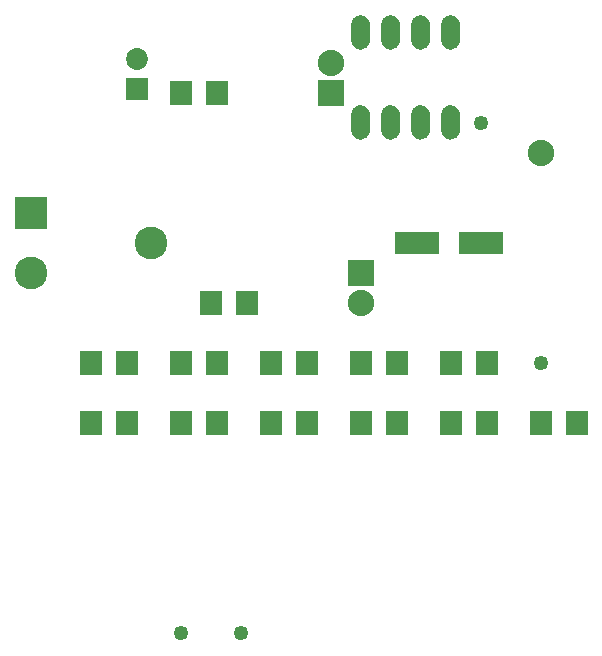
<source format=gts>
G04 MADE WITH FRITZING*
G04 WWW.FRITZING.ORG*
G04 DOUBLE SIDED*
G04 HOLES PLATED*
G04 CONTOUR ON CENTER OF CONTOUR VECTOR*
%ASAXBY*%
%FSLAX23Y23*%
%MOIN*%
%OFA0B0*%
%SFA1.0B1.0*%
%ADD10C,0.049370*%
%ADD11C,0.109000*%
%ADD12C,0.088000*%
%ADD13C,0.072992*%
%ADD14C,0.062000*%
%ADD15R,0.109000X0.109000*%
%ADD16R,0.088000X0.088000*%
%ADD17R,0.147795X0.072992*%
%ADD18R,0.072992X0.084803*%
%ADD19R,0.072992X0.072992*%
%ADD20R,0.001000X0.001000*%
%LNMASK1*%
G90*
G70*
G54D10*
X1299Y449D03*
X1099Y449D03*
G54D11*
X598Y1650D03*
X598Y1850D03*
X998Y1750D03*
G54D12*
X2298Y2050D03*
X2298Y2050D03*
X1598Y2250D03*
X1598Y2350D03*
G54D10*
X2098Y2150D03*
X798Y1350D03*
X798Y1150D03*
X1098Y1350D03*
X1098Y1150D03*
X1398Y1350D03*
X1398Y1150D03*
X1698Y1350D03*
X1698Y1150D03*
X1998Y1350D03*
X1998Y1150D03*
X2298Y1350D03*
X2298Y1150D03*
G54D13*
X953Y2262D03*
X953Y2361D03*
X953Y2262D03*
X953Y2361D03*
G54D14*
X1698Y2150D03*
X1798Y2150D03*
X1798Y2450D03*
X1698Y2450D03*
X1898Y2150D03*
X1998Y2150D03*
X1898Y2450D03*
X1998Y2450D03*
X1698Y2150D03*
X1798Y2150D03*
X1798Y2450D03*
X1698Y2450D03*
X1898Y2150D03*
X1998Y2150D03*
X1898Y2450D03*
X1998Y2450D03*
G54D12*
X1698Y1650D03*
X1698Y1550D03*
G54D15*
X598Y1850D03*
G54D16*
X1598Y2250D03*
G54D17*
X1885Y1750D03*
X2098Y1750D03*
G54D18*
X1098Y2250D03*
X1220Y2250D03*
G54D19*
X953Y2262D03*
X953Y2262D03*
G54D16*
X1698Y1650D03*
G54D18*
X1198Y1550D03*
X1320Y1550D03*
X798Y1350D03*
X920Y1350D03*
X1098Y1350D03*
X1220Y1350D03*
X1698Y1350D03*
X1820Y1350D03*
X1398Y1350D03*
X1520Y1350D03*
X1998Y1350D03*
X2120Y1350D03*
X2298Y1150D03*
X2420Y1150D03*
X1998Y1150D03*
X2120Y1150D03*
X1698Y1150D03*
X1820Y1150D03*
X1398Y1150D03*
X1520Y1150D03*
X1098Y1150D03*
X1220Y1150D03*
X798Y1150D03*
X920Y1150D03*
G54D20*
X1692Y2507D02*
X1703Y2507D01*
X1792Y2507D02*
X1803Y2507D01*
X1892Y2507D02*
X1903Y2507D01*
X1992Y2507D02*
X2002Y2507D01*
X1688Y2506D02*
X1706Y2506D01*
X1788Y2506D02*
X1806Y2506D01*
X1888Y2506D02*
X1906Y2506D01*
X1988Y2506D02*
X2006Y2506D01*
X1685Y2505D02*
X1709Y2505D01*
X1785Y2505D02*
X1809Y2505D01*
X1885Y2505D02*
X1909Y2505D01*
X1985Y2505D02*
X2009Y2505D01*
X1683Y2504D02*
X1711Y2504D01*
X1783Y2504D02*
X1811Y2504D01*
X1883Y2504D02*
X1911Y2504D01*
X1983Y2504D02*
X2011Y2504D01*
X1682Y2503D02*
X1713Y2503D01*
X1782Y2503D02*
X1813Y2503D01*
X1882Y2503D02*
X1913Y2503D01*
X1982Y2503D02*
X2013Y2503D01*
X1680Y2502D02*
X1714Y2502D01*
X1780Y2502D02*
X1814Y2502D01*
X1880Y2502D02*
X1914Y2502D01*
X1980Y2502D02*
X2014Y2502D01*
X1679Y2501D02*
X1716Y2501D01*
X1779Y2501D02*
X1816Y2501D01*
X1879Y2501D02*
X1916Y2501D01*
X1979Y2501D02*
X2016Y2501D01*
X1677Y2500D02*
X1717Y2500D01*
X1777Y2500D02*
X1817Y2500D01*
X1877Y2500D02*
X1917Y2500D01*
X1977Y2500D02*
X2017Y2500D01*
X1676Y2499D02*
X1718Y2499D01*
X1776Y2499D02*
X1818Y2499D01*
X1876Y2499D02*
X1918Y2499D01*
X1976Y2499D02*
X2018Y2499D01*
X1675Y2498D02*
X1719Y2498D01*
X1775Y2498D02*
X1819Y2498D01*
X1875Y2498D02*
X1919Y2498D01*
X1975Y2498D02*
X2019Y2498D01*
X1674Y2497D02*
X1720Y2497D01*
X1774Y2497D02*
X1820Y2497D01*
X1874Y2497D02*
X1920Y2497D01*
X1974Y2497D02*
X2020Y2497D01*
X1674Y2496D02*
X1721Y2496D01*
X1774Y2496D02*
X1821Y2496D01*
X1873Y2496D02*
X1921Y2496D01*
X1973Y2496D02*
X2021Y2496D01*
X1673Y2495D02*
X1722Y2495D01*
X1773Y2495D02*
X1822Y2495D01*
X1873Y2495D02*
X1921Y2495D01*
X1973Y2495D02*
X2021Y2495D01*
X1672Y2494D02*
X1722Y2494D01*
X1772Y2494D02*
X1822Y2494D01*
X1872Y2494D02*
X1922Y2494D01*
X1972Y2494D02*
X2022Y2494D01*
X1671Y2493D02*
X1723Y2493D01*
X1771Y2493D02*
X1823Y2493D01*
X1871Y2493D02*
X1923Y2493D01*
X1971Y2493D02*
X2023Y2493D01*
X1671Y2492D02*
X1723Y2492D01*
X1771Y2492D02*
X1823Y2492D01*
X1871Y2492D02*
X1923Y2492D01*
X1971Y2492D02*
X2023Y2492D01*
X1670Y2491D02*
X1724Y2491D01*
X1770Y2491D02*
X1824Y2491D01*
X1870Y2491D02*
X1924Y2491D01*
X1970Y2491D02*
X2024Y2491D01*
X1670Y2490D02*
X1725Y2490D01*
X1770Y2490D02*
X1824Y2490D01*
X1870Y2490D02*
X1924Y2490D01*
X1970Y2490D02*
X2024Y2490D01*
X1669Y2489D02*
X1725Y2489D01*
X1769Y2489D02*
X1825Y2489D01*
X1869Y2489D02*
X1925Y2489D01*
X1969Y2489D02*
X2025Y2489D01*
X1669Y2488D02*
X1725Y2488D01*
X1769Y2488D02*
X1825Y2488D01*
X1869Y2488D02*
X1925Y2488D01*
X1969Y2488D02*
X2025Y2488D01*
X1669Y2487D02*
X1726Y2487D01*
X1769Y2487D02*
X1826Y2487D01*
X1869Y2487D02*
X1926Y2487D01*
X1969Y2487D02*
X2026Y2487D01*
X1668Y2486D02*
X1726Y2486D01*
X1768Y2486D02*
X1826Y2486D01*
X1868Y2486D02*
X1926Y2486D01*
X1968Y2486D02*
X2026Y2486D01*
X1668Y2485D02*
X1726Y2485D01*
X1768Y2485D02*
X1826Y2485D01*
X1868Y2485D02*
X1926Y2485D01*
X1968Y2485D02*
X2026Y2485D01*
X1668Y2484D02*
X1727Y2484D01*
X1768Y2484D02*
X1827Y2484D01*
X1868Y2484D02*
X1927Y2484D01*
X1968Y2484D02*
X2027Y2484D01*
X1667Y2483D02*
X1727Y2483D01*
X1767Y2483D02*
X1827Y2483D01*
X1867Y2483D02*
X1927Y2483D01*
X1967Y2483D02*
X2027Y2483D01*
X1667Y2482D02*
X1727Y2482D01*
X1767Y2482D02*
X1827Y2482D01*
X1867Y2482D02*
X1927Y2482D01*
X1967Y2482D02*
X2027Y2482D01*
X1667Y2481D02*
X1727Y2481D01*
X1767Y2481D02*
X1827Y2481D01*
X1867Y2481D02*
X1927Y2481D01*
X1967Y2481D02*
X2027Y2481D01*
X1667Y2480D02*
X1727Y2480D01*
X1767Y2480D02*
X1827Y2480D01*
X1867Y2480D02*
X1927Y2480D01*
X1967Y2480D02*
X2027Y2480D01*
X1667Y2479D02*
X1728Y2479D01*
X1767Y2479D02*
X1828Y2479D01*
X1867Y2479D02*
X1927Y2479D01*
X1967Y2479D02*
X2027Y2479D01*
X1667Y2478D02*
X1728Y2478D01*
X1767Y2478D02*
X1828Y2478D01*
X1867Y2478D02*
X1928Y2478D01*
X1967Y2478D02*
X2028Y2478D01*
X1667Y2477D02*
X1728Y2477D01*
X1767Y2477D02*
X1828Y2477D01*
X1867Y2477D02*
X1928Y2477D01*
X1967Y2477D02*
X2028Y2477D01*
X1667Y2476D02*
X1728Y2476D01*
X1767Y2476D02*
X1828Y2476D01*
X1867Y2476D02*
X1928Y2476D01*
X1967Y2476D02*
X2028Y2476D01*
X1667Y2475D02*
X1728Y2475D01*
X1767Y2475D02*
X1828Y2475D01*
X1867Y2475D02*
X1928Y2475D01*
X1967Y2475D02*
X2028Y2475D01*
X1667Y2474D02*
X1728Y2474D01*
X1767Y2474D02*
X1828Y2474D01*
X1867Y2474D02*
X1928Y2474D01*
X1967Y2474D02*
X2028Y2474D01*
X1667Y2473D02*
X1728Y2473D01*
X1767Y2473D02*
X1828Y2473D01*
X1867Y2473D02*
X1928Y2473D01*
X1967Y2473D02*
X2028Y2473D01*
X1667Y2472D02*
X1728Y2472D01*
X1767Y2472D02*
X1828Y2472D01*
X1867Y2472D02*
X1928Y2472D01*
X1967Y2472D02*
X2028Y2472D01*
X1667Y2471D02*
X1728Y2471D01*
X1767Y2471D02*
X1828Y2471D01*
X1867Y2471D02*
X1928Y2471D01*
X1967Y2471D02*
X2028Y2471D01*
X1667Y2470D02*
X1728Y2470D01*
X1767Y2470D02*
X1828Y2470D01*
X1867Y2470D02*
X1928Y2470D01*
X1967Y2470D02*
X2028Y2470D01*
X1667Y2469D02*
X1728Y2469D01*
X1767Y2469D02*
X1828Y2469D01*
X1867Y2469D02*
X1928Y2469D01*
X1967Y2469D02*
X2028Y2469D01*
X1667Y2468D02*
X1728Y2468D01*
X1767Y2468D02*
X1828Y2468D01*
X1867Y2468D02*
X1928Y2468D01*
X1967Y2468D02*
X2028Y2468D01*
X1667Y2467D02*
X1728Y2467D01*
X1767Y2467D02*
X1828Y2467D01*
X1867Y2467D02*
X1928Y2467D01*
X1967Y2467D02*
X2028Y2467D01*
X1667Y2466D02*
X1728Y2466D01*
X1767Y2466D02*
X1828Y2466D01*
X1867Y2466D02*
X1928Y2466D01*
X1967Y2466D02*
X2028Y2466D01*
X1667Y2465D02*
X1728Y2465D01*
X1767Y2465D02*
X1828Y2465D01*
X1867Y2465D02*
X1928Y2465D01*
X1967Y2465D02*
X2028Y2465D01*
X1667Y2464D02*
X1728Y2464D01*
X1767Y2464D02*
X1828Y2464D01*
X1867Y2464D02*
X1928Y2464D01*
X1967Y2464D02*
X2028Y2464D01*
X1667Y2463D02*
X1728Y2463D01*
X1767Y2463D02*
X1828Y2463D01*
X1867Y2463D02*
X1928Y2463D01*
X1967Y2463D02*
X2028Y2463D01*
X1667Y2462D02*
X1728Y2462D01*
X1767Y2462D02*
X1828Y2462D01*
X1867Y2462D02*
X1928Y2462D01*
X1967Y2462D02*
X2028Y2462D01*
X1667Y2461D02*
X1693Y2461D01*
X1701Y2461D02*
X1728Y2461D01*
X1767Y2461D02*
X1793Y2461D01*
X1801Y2461D02*
X1828Y2461D01*
X1867Y2461D02*
X1893Y2461D01*
X1901Y2461D02*
X1928Y2461D01*
X1967Y2461D02*
X1993Y2461D01*
X2001Y2461D02*
X2028Y2461D01*
X1667Y2460D02*
X1691Y2460D01*
X1703Y2460D02*
X1728Y2460D01*
X1767Y2460D02*
X1791Y2460D01*
X1803Y2460D02*
X1828Y2460D01*
X1867Y2460D02*
X1891Y2460D01*
X1903Y2460D02*
X1928Y2460D01*
X1967Y2460D02*
X1991Y2460D01*
X2003Y2460D02*
X2028Y2460D01*
X1667Y2459D02*
X1690Y2459D01*
X1705Y2459D02*
X1728Y2459D01*
X1767Y2459D02*
X1790Y2459D01*
X1805Y2459D02*
X1828Y2459D01*
X1867Y2459D02*
X1890Y2459D01*
X1905Y2459D02*
X1928Y2459D01*
X1967Y2459D02*
X1990Y2459D01*
X2005Y2459D02*
X2028Y2459D01*
X1667Y2458D02*
X1689Y2458D01*
X1706Y2458D02*
X1728Y2458D01*
X1767Y2458D02*
X1789Y2458D01*
X1806Y2458D02*
X1828Y2458D01*
X1867Y2458D02*
X1889Y2458D01*
X1906Y2458D02*
X1928Y2458D01*
X1967Y2458D02*
X1988Y2458D01*
X2006Y2458D02*
X2028Y2458D01*
X1667Y2457D02*
X1688Y2457D01*
X1707Y2457D02*
X1728Y2457D01*
X1767Y2457D02*
X1788Y2457D01*
X1807Y2457D02*
X1828Y2457D01*
X1867Y2457D02*
X1888Y2457D01*
X1907Y2457D02*
X1928Y2457D01*
X1967Y2457D02*
X1988Y2457D01*
X2007Y2457D02*
X2028Y2457D01*
X1667Y2456D02*
X1687Y2456D01*
X1707Y2456D02*
X1728Y2456D01*
X1767Y2456D02*
X1787Y2456D01*
X1807Y2456D02*
X1828Y2456D01*
X1867Y2456D02*
X1887Y2456D01*
X1907Y2456D02*
X1928Y2456D01*
X1967Y2456D02*
X1987Y2456D01*
X2007Y2456D02*
X2028Y2456D01*
X1667Y2455D02*
X1687Y2455D01*
X1708Y2455D02*
X1728Y2455D01*
X1767Y2455D02*
X1786Y2455D01*
X1808Y2455D02*
X1828Y2455D01*
X1867Y2455D02*
X1886Y2455D01*
X1908Y2455D02*
X1928Y2455D01*
X1967Y2455D02*
X1986Y2455D01*
X2008Y2455D02*
X2028Y2455D01*
X1667Y2454D02*
X1686Y2454D01*
X1708Y2454D02*
X1728Y2454D01*
X1767Y2454D02*
X1786Y2454D01*
X1808Y2454D02*
X1828Y2454D01*
X1867Y2454D02*
X1886Y2454D01*
X1908Y2454D02*
X1928Y2454D01*
X1967Y2454D02*
X1986Y2454D01*
X2008Y2454D02*
X2028Y2454D01*
X1667Y2453D02*
X1686Y2453D01*
X1708Y2453D02*
X1728Y2453D01*
X1767Y2453D02*
X1786Y2453D01*
X1808Y2453D02*
X1828Y2453D01*
X1867Y2453D02*
X1886Y2453D01*
X1908Y2453D02*
X1928Y2453D01*
X1967Y2453D02*
X1986Y2453D01*
X2008Y2453D02*
X2028Y2453D01*
X1667Y2452D02*
X1686Y2452D01*
X1709Y2452D02*
X1728Y2452D01*
X1767Y2452D02*
X1786Y2452D01*
X1809Y2452D02*
X1828Y2452D01*
X1867Y2452D02*
X1886Y2452D01*
X1909Y2452D02*
X1928Y2452D01*
X1967Y2452D02*
X1986Y2452D01*
X2008Y2452D02*
X2028Y2452D01*
X1667Y2451D02*
X1686Y2451D01*
X1709Y2451D02*
X1728Y2451D01*
X1767Y2451D02*
X1786Y2451D01*
X1809Y2451D02*
X1828Y2451D01*
X1867Y2451D02*
X1886Y2451D01*
X1909Y2451D02*
X1928Y2451D01*
X1967Y2451D02*
X1986Y2451D01*
X2009Y2451D02*
X2028Y2451D01*
X1667Y2450D02*
X1686Y2450D01*
X1709Y2450D02*
X1728Y2450D01*
X1767Y2450D02*
X1786Y2450D01*
X1809Y2450D02*
X1828Y2450D01*
X1867Y2450D02*
X1886Y2450D01*
X1909Y2450D02*
X1928Y2450D01*
X1967Y2450D02*
X1986Y2450D01*
X2009Y2450D02*
X2028Y2450D01*
X1667Y2449D02*
X1686Y2449D01*
X1709Y2449D02*
X1728Y2449D01*
X1767Y2449D02*
X1786Y2449D01*
X1809Y2449D02*
X1828Y2449D01*
X1867Y2449D02*
X1886Y2449D01*
X1908Y2449D02*
X1928Y2449D01*
X1967Y2449D02*
X1986Y2449D01*
X2008Y2449D02*
X2028Y2449D01*
X1667Y2448D02*
X1686Y2448D01*
X1708Y2448D02*
X1728Y2448D01*
X1767Y2448D02*
X1786Y2448D01*
X1808Y2448D02*
X1828Y2448D01*
X1867Y2448D02*
X1886Y2448D01*
X1908Y2448D02*
X1928Y2448D01*
X1967Y2448D02*
X1986Y2448D01*
X2008Y2448D02*
X2028Y2448D01*
X1667Y2447D02*
X1686Y2447D01*
X1708Y2447D02*
X1728Y2447D01*
X1767Y2447D02*
X1786Y2447D01*
X1808Y2447D02*
X1828Y2447D01*
X1867Y2447D02*
X1886Y2447D01*
X1908Y2447D02*
X1928Y2447D01*
X1967Y2447D02*
X1986Y2447D01*
X2008Y2447D02*
X2028Y2447D01*
X1667Y2446D02*
X1687Y2446D01*
X1708Y2446D02*
X1728Y2446D01*
X1767Y2446D02*
X1787Y2446D01*
X1808Y2446D02*
X1828Y2446D01*
X1867Y2446D02*
X1887Y2446D01*
X1908Y2446D02*
X1928Y2446D01*
X1967Y2446D02*
X1987Y2446D01*
X2008Y2446D02*
X2028Y2446D01*
X1667Y2445D02*
X1687Y2445D01*
X1707Y2445D02*
X1728Y2445D01*
X1767Y2445D02*
X1787Y2445D01*
X1807Y2445D02*
X1828Y2445D01*
X1867Y2445D02*
X1887Y2445D01*
X1907Y2445D02*
X1928Y2445D01*
X1967Y2445D02*
X1987Y2445D01*
X2007Y2445D02*
X2028Y2445D01*
X1667Y2444D02*
X1688Y2444D01*
X1706Y2444D02*
X1728Y2444D01*
X1767Y2444D02*
X1788Y2444D01*
X1806Y2444D02*
X1828Y2444D01*
X1867Y2444D02*
X1888Y2444D01*
X1906Y2444D02*
X1928Y2444D01*
X1967Y2444D02*
X1988Y2444D01*
X2006Y2444D02*
X2028Y2444D01*
X1667Y2443D02*
X1689Y2443D01*
X1706Y2443D02*
X1728Y2443D01*
X1767Y2443D02*
X1789Y2443D01*
X1806Y2443D02*
X1828Y2443D01*
X1867Y2443D02*
X1889Y2443D01*
X1906Y2443D02*
X1928Y2443D01*
X1967Y2443D02*
X1989Y2443D01*
X2005Y2443D02*
X2028Y2443D01*
X1667Y2442D02*
X1690Y2442D01*
X1704Y2442D02*
X1728Y2442D01*
X1767Y2442D02*
X1790Y2442D01*
X1804Y2442D02*
X1828Y2442D01*
X1867Y2442D02*
X1890Y2442D01*
X1904Y2442D02*
X1928Y2442D01*
X1967Y2442D02*
X1990Y2442D01*
X2004Y2442D02*
X2028Y2442D01*
X1667Y2441D02*
X1691Y2441D01*
X1703Y2441D02*
X1728Y2441D01*
X1767Y2441D02*
X1791Y2441D01*
X1803Y2441D02*
X1828Y2441D01*
X1867Y2441D02*
X1891Y2441D01*
X1903Y2441D02*
X1928Y2441D01*
X1967Y2441D02*
X1991Y2441D01*
X2003Y2441D02*
X2028Y2441D01*
X1667Y2440D02*
X1694Y2440D01*
X1701Y2440D02*
X1728Y2440D01*
X1767Y2440D02*
X1794Y2440D01*
X1801Y2440D02*
X1828Y2440D01*
X1867Y2440D02*
X1894Y2440D01*
X1901Y2440D02*
X1928Y2440D01*
X1967Y2440D02*
X1994Y2440D01*
X2001Y2440D02*
X2028Y2440D01*
X1667Y2439D02*
X1728Y2439D01*
X1767Y2439D02*
X1828Y2439D01*
X1867Y2439D02*
X1928Y2439D01*
X1967Y2439D02*
X2028Y2439D01*
X1667Y2438D02*
X1728Y2438D01*
X1767Y2438D02*
X1828Y2438D01*
X1867Y2438D02*
X1928Y2438D01*
X1967Y2438D02*
X2028Y2438D01*
X1667Y2437D02*
X1728Y2437D01*
X1767Y2437D02*
X1828Y2437D01*
X1867Y2437D02*
X1928Y2437D01*
X1967Y2437D02*
X2028Y2437D01*
X1667Y2436D02*
X1728Y2436D01*
X1767Y2436D02*
X1828Y2436D01*
X1867Y2436D02*
X1928Y2436D01*
X1967Y2436D02*
X2028Y2436D01*
X1667Y2435D02*
X1728Y2435D01*
X1767Y2435D02*
X1828Y2435D01*
X1867Y2435D02*
X1928Y2435D01*
X1967Y2435D02*
X2028Y2435D01*
X1667Y2434D02*
X1728Y2434D01*
X1767Y2434D02*
X1828Y2434D01*
X1867Y2434D02*
X1928Y2434D01*
X1967Y2434D02*
X2028Y2434D01*
X1667Y2433D02*
X1728Y2433D01*
X1767Y2433D02*
X1828Y2433D01*
X1867Y2433D02*
X1928Y2433D01*
X1967Y2433D02*
X2028Y2433D01*
X1667Y2432D02*
X1728Y2432D01*
X1767Y2432D02*
X1828Y2432D01*
X1867Y2432D02*
X1928Y2432D01*
X1967Y2432D02*
X2028Y2432D01*
X1667Y2431D02*
X1728Y2431D01*
X1767Y2431D02*
X1828Y2431D01*
X1867Y2431D02*
X1928Y2431D01*
X1967Y2431D02*
X2028Y2431D01*
X1667Y2430D02*
X1728Y2430D01*
X1767Y2430D02*
X1828Y2430D01*
X1867Y2430D02*
X1928Y2430D01*
X1967Y2430D02*
X2028Y2430D01*
X1667Y2429D02*
X1728Y2429D01*
X1767Y2429D02*
X1828Y2429D01*
X1867Y2429D02*
X1928Y2429D01*
X1967Y2429D02*
X2028Y2429D01*
X1667Y2428D02*
X1728Y2428D01*
X1767Y2428D02*
X1828Y2428D01*
X1867Y2428D02*
X1928Y2428D01*
X1967Y2428D02*
X2028Y2428D01*
X1667Y2427D02*
X1728Y2427D01*
X1767Y2427D02*
X1828Y2427D01*
X1867Y2427D02*
X1928Y2427D01*
X1967Y2427D02*
X2028Y2427D01*
X1667Y2426D02*
X1728Y2426D01*
X1767Y2426D02*
X1828Y2426D01*
X1867Y2426D02*
X1928Y2426D01*
X1967Y2426D02*
X2028Y2426D01*
X1667Y2425D02*
X1728Y2425D01*
X1767Y2425D02*
X1828Y2425D01*
X1867Y2425D02*
X1928Y2425D01*
X1967Y2425D02*
X2028Y2425D01*
X1667Y2424D02*
X1728Y2424D01*
X1767Y2424D02*
X1828Y2424D01*
X1867Y2424D02*
X1928Y2424D01*
X1967Y2424D02*
X2028Y2424D01*
X1667Y2423D02*
X1728Y2423D01*
X1767Y2423D02*
X1828Y2423D01*
X1867Y2423D02*
X1928Y2423D01*
X1967Y2423D02*
X2028Y2423D01*
X1667Y2422D02*
X1728Y2422D01*
X1767Y2422D02*
X1827Y2422D01*
X1867Y2422D02*
X1927Y2422D01*
X1967Y2422D02*
X2027Y2422D01*
X1667Y2421D02*
X1727Y2421D01*
X1767Y2421D02*
X1827Y2421D01*
X1867Y2421D02*
X1927Y2421D01*
X1967Y2421D02*
X2027Y2421D01*
X1667Y2420D02*
X1727Y2420D01*
X1767Y2420D02*
X1827Y2420D01*
X1867Y2420D02*
X1927Y2420D01*
X1967Y2420D02*
X2027Y2420D01*
X1667Y2419D02*
X1727Y2419D01*
X1767Y2419D02*
X1827Y2419D01*
X1867Y2419D02*
X1927Y2419D01*
X1967Y2419D02*
X2027Y2419D01*
X1667Y2418D02*
X1727Y2418D01*
X1767Y2418D02*
X1827Y2418D01*
X1867Y2418D02*
X1927Y2418D01*
X1967Y2418D02*
X2027Y2418D01*
X1668Y2417D02*
X1727Y2417D01*
X1768Y2417D02*
X1827Y2417D01*
X1868Y2417D02*
X1927Y2417D01*
X1968Y2417D02*
X2027Y2417D01*
X1668Y2416D02*
X1726Y2416D01*
X1768Y2416D02*
X1826Y2416D01*
X1868Y2416D02*
X1926Y2416D01*
X1968Y2416D02*
X2026Y2416D01*
X1668Y2415D02*
X1726Y2415D01*
X1768Y2415D02*
X1826Y2415D01*
X1868Y2415D02*
X1926Y2415D01*
X1968Y2415D02*
X2026Y2415D01*
X1669Y2414D02*
X1726Y2414D01*
X1769Y2414D02*
X1826Y2414D01*
X1869Y2414D02*
X1926Y2414D01*
X1969Y2414D02*
X2026Y2414D01*
X1669Y2413D02*
X1725Y2413D01*
X1769Y2413D02*
X1825Y2413D01*
X1869Y2413D02*
X1925Y2413D01*
X1969Y2413D02*
X2025Y2413D01*
X1669Y2412D02*
X1725Y2412D01*
X1769Y2412D02*
X1825Y2412D01*
X1869Y2412D02*
X1925Y2412D01*
X1969Y2412D02*
X2025Y2412D01*
X1670Y2411D02*
X1724Y2411D01*
X1770Y2411D02*
X1824Y2411D01*
X1870Y2411D02*
X1924Y2411D01*
X1970Y2411D02*
X2024Y2411D01*
X1670Y2410D02*
X1724Y2410D01*
X1770Y2410D02*
X1824Y2410D01*
X1870Y2410D02*
X1924Y2410D01*
X1970Y2410D02*
X2024Y2410D01*
X1671Y2409D02*
X1723Y2409D01*
X1771Y2409D02*
X1823Y2409D01*
X1871Y2409D02*
X1923Y2409D01*
X1971Y2409D02*
X2023Y2409D01*
X1672Y2408D02*
X1723Y2408D01*
X1772Y2408D02*
X1823Y2408D01*
X1872Y2408D02*
X1923Y2408D01*
X1972Y2408D02*
X2023Y2408D01*
X1672Y2407D02*
X1722Y2407D01*
X1772Y2407D02*
X1822Y2407D01*
X1872Y2407D02*
X1922Y2407D01*
X1972Y2407D02*
X2022Y2407D01*
X1673Y2406D02*
X1721Y2406D01*
X1773Y2406D02*
X1821Y2406D01*
X1873Y2406D02*
X1921Y2406D01*
X1973Y2406D02*
X2021Y2406D01*
X1674Y2405D02*
X1721Y2405D01*
X1774Y2405D02*
X1821Y2405D01*
X1874Y2405D02*
X1921Y2405D01*
X1974Y2405D02*
X2021Y2405D01*
X1675Y2404D02*
X1720Y2404D01*
X1775Y2404D02*
X1820Y2404D01*
X1875Y2404D02*
X1920Y2404D01*
X1975Y2404D02*
X2020Y2404D01*
X1675Y2403D02*
X1719Y2403D01*
X1775Y2403D02*
X1819Y2403D01*
X1875Y2403D02*
X1919Y2403D01*
X1975Y2403D02*
X2019Y2403D01*
X1677Y2402D02*
X1718Y2402D01*
X1777Y2402D02*
X1818Y2402D01*
X1877Y2402D02*
X1918Y2402D01*
X1977Y2402D02*
X2018Y2402D01*
X1678Y2401D02*
X1717Y2401D01*
X1778Y2401D02*
X1817Y2401D01*
X1878Y2401D02*
X1917Y2401D01*
X1978Y2401D02*
X2017Y2401D01*
X1679Y2400D02*
X1715Y2400D01*
X1779Y2400D02*
X1815Y2400D01*
X1879Y2400D02*
X1915Y2400D01*
X1979Y2400D02*
X2015Y2400D01*
X1680Y2399D02*
X1714Y2399D01*
X1780Y2399D02*
X1814Y2399D01*
X1880Y2399D02*
X1914Y2399D01*
X1980Y2399D02*
X2014Y2399D01*
X1682Y2398D02*
X1712Y2398D01*
X1782Y2398D02*
X1812Y2398D01*
X1882Y2398D02*
X1912Y2398D01*
X1982Y2398D02*
X2012Y2398D01*
X1684Y2397D02*
X1710Y2397D01*
X1784Y2397D02*
X1810Y2397D01*
X1884Y2397D02*
X1910Y2397D01*
X1984Y2397D02*
X2010Y2397D01*
X1686Y2396D02*
X1708Y2396D01*
X1786Y2396D02*
X1808Y2396D01*
X1886Y2396D02*
X1908Y2396D01*
X1986Y2396D02*
X2008Y2396D01*
X1689Y2395D02*
X1705Y2395D01*
X1789Y2395D02*
X1805Y2395D01*
X1889Y2395D02*
X1905Y2395D01*
X1989Y2395D02*
X2005Y2395D01*
X1693Y2394D02*
X1701Y2394D01*
X1793Y2394D02*
X1801Y2394D01*
X1893Y2394D02*
X1901Y2394D01*
X1993Y2394D02*
X2001Y2394D01*
X1691Y2207D02*
X1703Y2207D01*
X1791Y2207D02*
X1803Y2207D01*
X1891Y2207D02*
X1903Y2207D01*
X1991Y2207D02*
X2003Y2207D01*
X1688Y2206D02*
X1706Y2206D01*
X1788Y2206D02*
X1806Y2206D01*
X1888Y2206D02*
X1906Y2206D01*
X1988Y2206D02*
X2006Y2206D01*
X1685Y2205D02*
X1709Y2205D01*
X1785Y2205D02*
X1809Y2205D01*
X1885Y2205D02*
X1909Y2205D01*
X1985Y2205D02*
X2009Y2205D01*
X1683Y2204D02*
X1711Y2204D01*
X1783Y2204D02*
X1811Y2204D01*
X1883Y2204D02*
X1911Y2204D01*
X1983Y2204D02*
X2011Y2204D01*
X1681Y2203D02*
X1713Y2203D01*
X1781Y2203D02*
X1813Y2203D01*
X1881Y2203D02*
X1913Y2203D01*
X1981Y2203D02*
X2013Y2203D01*
X1680Y2202D02*
X1714Y2202D01*
X1780Y2202D02*
X1814Y2202D01*
X1880Y2202D02*
X1914Y2202D01*
X1980Y2202D02*
X2014Y2202D01*
X1679Y2201D02*
X1716Y2201D01*
X1779Y2201D02*
X1816Y2201D01*
X1878Y2201D02*
X1916Y2201D01*
X1978Y2201D02*
X2016Y2201D01*
X1677Y2200D02*
X1717Y2200D01*
X1777Y2200D02*
X1817Y2200D01*
X1877Y2200D02*
X1917Y2200D01*
X1977Y2200D02*
X2017Y2200D01*
X1676Y2199D02*
X1718Y2199D01*
X1776Y2199D02*
X1818Y2199D01*
X1876Y2199D02*
X1918Y2199D01*
X1976Y2199D02*
X2018Y2199D01*
X1675Y2198D02*
X1719Y2198D01*
X1775Y2198D02*
X1819Y2198D01*
X1875Y2198D02*
X1919Y2198D01*
X1975Y2198D02*
X2019Y2198D01*
X1674Y2197D02*
X1720Y2197D01*
X1774Y2197D02*
X1820Y2197D01*
X1874Y2197D02*
X1920Y2197D01*
X1974Y2197D02*
X2020Y2197D01*
X1673Y2196D02*
X1721Y2196D01*
X1773Y2196D02*
X1821Y2196D01*
X1873Y2196D02*
X1921Y2196D01*
X1973Y2196D02*
X2021Y2196D01*
X1673Y2195D02*
X1722Y2195D01*
X1773Y2195D02*
X1822Y2195D01*
X1873Y2195D02*
X1922Y2195D01*
X1973Y2195D02*
X2022Y2195D01*
X1672Y2194D02*
X1722Y2194D01*
X1772Y2194D02*
X1822Y2194D01*
X1872Y2194D02*
X1922Y2194D01*
X1972Y2194D02*
X2022Y2194D01*
X1671Y2193D02*
X1723Y2193D01*
X1771Y2193D02*
X1823Y2193D01*
X1871Y2193D02*
X1923Y2193D01*
X1971Y2193D02*
X2023Y2193D01*
X1671Y2192D02*
X1724Y2192D01*
X1771Y2192D02*
X1823Y2192D01*
X1871Y2192D02*
X1923Y2192D01*
X1971Y2192D02*
X2023Y2192D01*
X1670Y2191D02*
X1724Y2191D01*
X1770Y2191D02*
X1824Y2191D01*
X1870Y2191D02*
X1924Y2191D01*
X1970Y2191D02*
X2024Y2191D01*
X1670Y2190D02*
X1725Y2190D01*
X1770Y2190D02*
X1825Y2190D01*
X1870Y2190D02*
X1924Y2190D01*
X1970Y2190D02*
X2024Y2190D01*
X1669Y2189D02*
X1725Y2189D01*
X1769Y2189D02*
X1825Y2189D01*
X1869Y2189D02*
X1925Y2189D01*
X1969Y2189D02*
X2025Y2189D01*
X1669Y2188D02*
X1725Y2188D01*
X1769Y2188D02*
X1825Y2188D01*
X1869Y2188D02*
X1925Y2188D01*
X1969Y2188D02*
X2025Y2188D01*
X1669Y2187D02*
X1726Y2187D01*
X1769Y2187D02*
X1826Y2187D01*
X1869Y2187D02*
X1926Y2187D01*
X1969Y2187D02*
X2026Y2187D01*
X1668Y2186D02*
X1726Y2186D01*
X1768Y2186D02*
X1826Y2186D01*
X1868Y2186D02*
X1926Y2186D01*
X1968Y2186D02*
X2026Y2186D01*
X1668Y2185D02*
X1726Y2185D01*
X1768Y2185D02*
X1826Y2185D01*
X1868Y2185D02*
X1926Y2185D01*
X1968Y2185D02*
X2026Y2185D01*
X1668Y2184D02*
X1727Y2184D01*
X1768Y2184D02*
X1827Y2184D01*
X1868Y2184D02*
X1927Y2184D01*
X1968Y2184D02*
X2027Y2184D01*
X1667Y2183D02*
X1727Y2183D01*
X1767Y2183D02*
X1827Y2183D01*
X1867Y2183D02*
X1927Y2183D01*
X1967Y2183D02*
X2027Y2183D01*
X1667Y2182D02*
X1727Y2182D01*
X1767Y2182D02*
X1827Y2182D01*
X1867Y2182D02*
X1927Y2182D01*
X1967Y2182D02*
X2027Y2182D01*
X1667Y2181D02*
X1727Y2181D01*
X1767Y2181D02*
X1827Y2181D01*
X1867Y2181D02*
X1927Y2181D01*
X1967Y2181D02*
X2027Y2181D01*
X1667Y2180D02*
X1727Y2180D01*
X1767Y2180D02*
X1827Y2180D01*
X1867Y2180D02*
X1927Y2180D01*
X1967Y2180D02*
X2027Y2180D01*
X1667Y2179D02*
X1728Y2179D01*
X1767Y2179D02*
X1828Y2179D01*
X1867Y2179D02*
X1927Y2179D01*
X1967Y2179D02*
X2027Y2179D01*
X1667Y2178D02*
X1728Y2178D01*
X1767Y2178D02*
X1828Y2178D01*
X1867Y2178D02*
X1928Y2178D01*
X1967Y2178D02*
X2028Y2178D01*
X1667Y2177D02*
X1728Y2177D01*
X1767Y2177D02*
X1828Y2177D01*
X1867Y2177D02*
X1928Y2177D01*
X1967Y2177D02*
X2028Y2177D01*
X1667Y2176D02*
X1728Y2176D01*
X1767Y2176D02*
X1828Y2176D01*
X1867Y2176D02*
X1928Y2176D01*
X1967Y2176D02*
X2028Y2176D01*
X1667Y2175D02*
X1728Y2175D01*
X1767Y2175D02*
X1828Y2175D01*
X1867Y2175D02*
X1928Y2175D01*
X1967Y2175D02*
X2028Y2175D01*
X1667Y2174D02*
X1728Y2174D01*
X1767Y2174D02*
X1828Y2174D01*
X1867Y2174D02*
X1928Y2174D01*
X1967Y2174D02*
X2028Y2174D01*
X1667Y2173D02*
X1728Y2173D01*
X1767Y2173D02*
X1828Y2173D01*
X1867Y2173D02*
X1928Y2173D01*
X1967Y2173D02*
X2028Y2173D01*
X1667Y2172D02*
X1728Y2172D01*
X1767Y2172D02*
X1828Y2172D01*
X1867Y2172D02*
X1928Y2172D01*
X1967Y2172D02*
X2028Y2172D01*
X1667Y2171D02*
X1728Y2171D01*
X1767Y2171D02*
X1828Y2171D01*
X1867Y2171D02*
X1928Y2171D01*
X1967Y2171D02*
X2028Y2171D01*
X1667Y2170D02*
X1728Y2170D01*
X1767Y2170D02*
X1828Y2170D01*
X1867Y2170D02*
X1928Y2170D01*
X1967Y2170D02*
X2028Y2170D01*
X1667Y2169D02*
X1728Y2169D01*
X1767Y2169D02*
X1828Y2169D01*
X1867Y2169D02*
X1928Y2169D01*
X1967Y2169D02*
X2028Y2169D01*
X1667Y2168D02*
X1728Y2168D01*
X1767Y2168D02*
X1828Y2168D01*
X1867Y2168D02*
X1928Y2168D01*
X1967Y2168D02*
X2028Y2168D01*
X1667Y2167D02*
X1728Y2167D01*
X1767Y2167D02*
X1828Y2167D01*
X1867Y2167D02*
X1928Y2167D01*
X1967Y2167D02*
X2028Y2167D01*
X1667Y2166D02*
X1728Y2166D01*
X1767Y2166D02*
X1828Y2166D01*
X1867Y2166D02*
X1928Y2166D01*
X1967Y2166D02*
X2028Y2166D01*
X1667Y2165D02*
X1728Y2165D01*
X1767Y2165D02*
X1828Y2165D01*
X1867Y2165D02*
X1928Y2165D01*
X1967Y2165D02*
X2028Y2165D01*
X1667Y2164D02*
X1728Y2164D01*
X1767Y2164D02*
X1828Y2164D01*
X1867Y2164D02*
X1928Y2164D01*
X1967Y2164D02*
X2028Y2164D01*
X1667Y2163D02*
X1728Y2163D01*
X1767Y2163D02*
X1828Y2163D01*
X1867Y2163D02*
X1928Y2163D01*
X1967Y2163D02*
X2028Y2163D01*
X1667Y2162D02*
X1728Y2162D01*
X1767Y2162D02*
X1828Y2162D01*
X1867Y2162D02*
X1928Y2162D01*
X1967Y2162D02*
X2028Y2162D01*
X1667Y2161D02*
X1693Y2161D01*
X1702Y2161D02*
X1728Y2161D01*
X1767Y2161D02*
X1793Y2161D01*
X1802Y2161D02*
X1828Y2161D01*
X1867Y2161D02*
X1893Y2161D01*
X1902Y2161D02*
X1928Y2161D01*
X1967Y2161D02*
X1993Y2161D01*
X2002Y2161D02*
X2028Y2161D01*
X1667Y2160D02*
X1691Y2160D01*
X1704Y2160D02*
X1728Y2160D01*
X1767Y2160D02*
X1791Y2160D01*
X1804Y2160D02*
X1828Y2160D01*
X1867Y2160D02*
X1891Y2160D01*
X1904Y2160D02*
X1928Y2160D01*
X1967Y2160D02*
X1991Y2160D01*
X2004Y2160D02*
X2028Y2160D01*
X1667Y2159D02*
X1690Y2159D01*
X1705Y2159D02*
X1728Y2159D01*
X1767Y2159D02*
X1789Y2159D01*
X1805Y2159D02*
X1828Y2159D01*
X1867Y2159D02*
X1889Y2159D01*
X1905Y2159D02*
X1928Y2159D01*
X1967Y2159D02*
X1989Y2159D01*
X2005Y2159D02*
X2028Y2159D01*
X1667Y2158D02*
X1688Y2158D01*
X1706Y2158D02*
X1728Y2158D01*
X1767Y2158D02*
X1788Y2158D01*
X1806Y2158D02*
X1828Y2158D01*
X1867Y2158D02*
X1888Y2158D01*
X1906Y2158D02*
X1928Y2158D01*
X1967Y2158D02*
X1988Y2158D01*
X2006Y2158D02*
X2028Y2158D01*
X1667Y2157D02*
X1688Y2157D01*
X1707Y2157D02*
X1728Y2157D01*
X1767Y2157D02*
X1788Y2157D01*
X1807Y2157D02*
X1828Y2157D01*
X1867Y2157D02*
X1888Y2157D01*
X1907Y2157D02*
X1928Y2157D01*
X1967Y2157D02*
X1988Y2157D01*
X2007Y2157D02*
X2028Y2157D01*
X1667Y2156D02*
X1687Y2156D01*
X1707Y2156D02*
X1728Y2156D01*
X1767Y2156D02*
X1787Y2156D01*
X1807Y2156D02*
X1828Y2156D01*
X1867Y2156D02*
X1887Y2156D01*
X1907Y2156D02*
X1928Y2156D01*
X1967Y2156D02*
X1987Y2156D01*
X2007Y2156D02*
X2028Y2156D01*
X1667Y2155D02*
X1686Y2155D01*
X1708Y2155D02*
X1728Y2155D01*
X1767Y2155D02*
X1786Y2155D01*
X1808Y2155D02*
X1828Y2155D01*
X1867Y2155D02*
X1886Y2155D01*
X1908Y2155D02*
X1928Y2155D01*
X1967Y2155D02*
X1986Y2155D01*
X2008Y2155D02*
X2028Y2155D01*
X1667Y2154D02*
X1686Y2154D01*
X1708Y2154D02*
X1728Y2154D01*
X1767Y2154D02*
X1786Y2154D01*
X1808Y2154D02*
X1828Y2154D01*
X1867Y2154D02*
X1886Y2154D01*
X1908Y2154D02*
X1928Y2154D01*
X1967Y2154D02*
X1986Y2154D01*
X2008Y2154D02*
X2028Y2154D01*
X1667Y2153D02*
X1686Y2153D01*
X1708Y2153D02*
X1728Y2153D01*
X1767Y2153D02*
X1786Y2153D01*
X1808Y2153D02*
X1828Y2153D01*
X1867Y2153D02*
X1886Y2153D01*
X1908Y2153D02*
X1928Y2153D01*
X1967Y2153D02*
X1986Y2153D01*
X2008Y2153D02*
X2028Y2153D01*
X1667Y2152D02*
X1686Y2152D01*
X1709Y2152D02*
X1728Y2152D01*
X1767Y2152D02*
X1786Y2152D01*
X1809Y2152D02*
X1828Y2152D01*
X1867Y2152D02*
X1886Y2152D01*
X1909Y2152D02*
X1928Y2152D01*
X1967Y2152D02*
X1986Y2152D01*
X2008Y2152D02*
X2028Y2152D01*
X1667Y2151D02*
X1686Y2151D01*
X1709Y2151D02*
X1728Y2151D01*
X1767Y2151D02*
X1786Y2151D01*
X1809Y2151D02*
X1828Y2151D01*
X1867Y2151D02*
X1886Y2151D01*
X1909Y2151D02*
X1928Y2151D01*
X1967Y2151D02*
X1986Y2151D01*
X2009Y2151D02*
X2028Y2151D01*
X1667Y2150D02*
X1686Y2150D01*
X1709Y2150D02*
X1728Y2150D01*
X1767Y2150D02*
X1786Y2150D01*
X1809Y2150D02*
X1828Y2150D01*
X1867Y2150D02*
X1886Y2150D01*
X1909Y2150D02*
X1928Y2150D01*
X1967Y2150D02*
X1986Y2150D01*
X2009Y2150D02*
X2028Y2150D01*
X1667Y2149D02*
X1686Y2149D01*
X1709Y2149D02*
X1728Y2149D01*
X1767Y2149D02*
X1786Y2149D01*
X1809Y2149D02*
X1828Y2149D01*
X1867Y2149D02*
X1886Y2149D01*
X1908Y2149D02*
X1928Y2149D01*
X1967Y2149D02*
X1986Y2149D01*
X2008Y2149D02*
X2028Y2149D01*
X1667Y2148D02*
X1686Y2148D01*
X1708Y2148D02*
X1728Y2148D01*
X1767Y2148D02*
X1786Y2148D01*
X1808Y2148D02*
X1828Y2148D01*
X1867Y2148D02*
X1886Y2148D01*
X1908Y2148D02*
X1928Y2148D01*
X1967Y2148D02*
X1986Y2148D01*
X2008Y2148D02*
X2028Y2148D01*
X1667Y2147D02*
X1686Y2147D01*
X1708Y2147D02*
X1728Y2147D01*
X1767Y2147D02*
X1786Y2147D01*
X1808Y2147D02*
X1828Y2147D01*
X1867Y2147D02*
X1886Y2147D01*
X1908Y2147D02*
X1928Y2147D01*
X1967Y2147D02*
X1986Y2147D01*
X2008Y2147D02*
X2028Y2147D01*
X1667Y2146D02*
X1687Y2146D01*
X1708Y2146D02*
X1728Y2146D01*
X1767Y2146D02*
X1787Y2146D01*
X1808Y2146D02*
X1828Y2146D01*
X1867Y2146D02*
X1887Y2146D01*
X1908Y2146D02*
X1928Y2146D01*
X1967Y2146D02*
X1987Y2146D01*
X2008Y2146D02*
X2028Y2146D01*
X1667Y2145D02*
X1687Y2145D01*
X1707Y2145D02*
X1728Y2145D01*
X1767Y2145D02*
X1787Y2145D01*
X1807Y2145D02*
X1828Y2145D01*
X1867Y2145D02*
X1887Y2145D01*
X1907Y2145D02*
X1928Y2145D01*
X1967Y2145D02*
X1987Y2145D01*
X2007Y2145D02*
X2028Y2145D01*
X1667Y2144D02*
X1688Y2144D01*
X1706Y2144D02*
X1728Y2144D01*
X1767Y2144D02*
X1788Y2144D01*
X1806Y2144D02*
X1828Y2144D01*
X1867Y2144D02*
X1888Y2144D01*
X1906Y2144D02*
X1928Y2144D01*
X1967Y2144D02*
X1988Y2144D01*
X2006Y2144D02*
X2028Y2144D01*
X1667Y2143D02*
X1689Y2143D01*
X1705Y2143D02*
X1728Y2143D01*
X1767Y2143D02*
X1789Y2143D01*
X1805Y2143D02*
X1828Y2143D01*
X1867Y2143D02*
X1889Y2143D01*
X1905Y2143D02*
X1928Y2143D01*
X1967Y2143D02*
X1989Y2143D01*
X2005Y2143D02*
X2028Y2143D01*
X1667Y2142D02*
X1690Y2142D01*
X1704Y2142D02*
X1728Y2142D01*
X1767Y2142D02*
X1790Y2142D01*
X1804Y2142D02*
X1828Y2142D01*
X1867Y2142D02*
X1890Y2142D01*
X1904Y2142D02*
X1928Y2142D01*
X1967Y2142D02*
X1990Y2142D01*
X2004Y2142D02*
X2028Y2142D01*
X1667Y2141D02*
X1691Y2141D01*
X1703Y2141D02*
X1728Y2141D01*
X1767Y2141D02*
X1791Y2141D01*
X1803Y2141D02*
X1828Y2141D01*
X1867Y2141D02*
X1891Y2141D01*
X1903Y2141D02*
X1928Y2141D01*
X1967Y2141D02*
X1991Y2141D01*
X2003Y2141D02*
X2028Y2141D01*
X1667Y2140D02*
X1694Y2140D01*
X1700Y2140D02*
X1728Y2140D01*
X1767Y2140D02*
X1794Y2140D01*
X1800Y2140D02*
X1828Y2140D01*
X1867Y2140D02*
X1894Y2140D01*
X1900Y2140D02*
X1928Y2140D01*
X1967Y2140D02*
X1994Y2140D01*
X2000Y2140D02*
X2028Y2140D01*
X1667Y2139D02*
X1728Y2139D01*
X1767Y2139D02*
X1828Y2139D01*
X1867Y2139D02*
X1928Y2139D01*
X1967Y2139D02*
X2028Y2139D01*
X1667Y2138D02*
X1728Y2138D01*
X1767Y2138D02*
X1828Y2138D01*
X1867Y2138D02*
X1928Y2138D01*
X1967Y2138D02*
X2028Y2138D01*
X1667Y2137D02*
X1728Y2137D01*
X1767Y2137D02*
X1828Y2137D01*
X1867Y2137D02*
X1928Y2137D01*
X1967Y2137D02*
X2028Y2137D01*
X1667Y2136D02*
X1728Y2136D01*
X1767Y2136D02*
X1828Y2136D01*
X1867Y2136D02*
X1928Y2136D01*
X1967Y2136D02*
X2028Y2136D01*
X1667Y2135D02*
X1728Y2135D01*
X1767Y2135D02*
X1828Y2135D01*
X1867Y2135D02*
X1928Y2135D01*
X1967Y2135D02*
X2028Y2135D01*
X1667Y2134D02*
X1728Y2134D01*
X1767Y2134D02*
X1828Y2134D01*
X1867Y2134D02*
X1928Y2134D01*
X1967Y2134D02*
X2028Y2134D01*
X1667Y2133D02*
X1728Y2133D01*
X1767Y2133D02*
X1828Y2133D01*
X1867Y2133D02*
X1928Y2133D01*
X1967Y2133D02*
X2028Y2133D01*
X1667Y2132D02*
X1728Y2132D01*
X1767Y2132D02*
X1828Y2132D01*
X1867Y2132D02*
X1928Y2132D01*
X1967Y2132D02*
X2028Y2132D01*
X1667Y2131D02*
X1728Y2131D01*
X1767Y2131D02*
X1828Y2131D01*
X1867Y2131D02*
X1928Y2131D01*
X1967Y2131D02*
X2028Y2131D01*
X1667Y2130D02*
X1728Y2130D01*
X1767Y2130D02*
X1828Y2130D01*
X1867Y2130D02*
X1928Y2130D01*
X1967Y2130D02*
X2028Y2130D01*
X1667Y2129D02*
X1728Y2129D01*
X1767Y2129D02*
X1828Y2129D01*
X1867Y2129D02*
X1928Y2129D01*
X1967Y2129D02*
X2028Y2129D01*
X1667Y2128D02*
X1728Y2128D01*
X1767Y2128D02*
X1828Y2128D01*
X1867Y2128D02*
X1928Y2128D01*
X1967Y2128D02*
X2028Y2128D01*
X1667Y2127D02*
X1728Y2127D01*
X1767Y2127D02*
X1828Y2127D01*
X1867Y2127D02*
X1928Y2127D01*
X1967Y2127D02*
X2028Y2127D01*
X1667Y2126D02*
X1728Y2126D01*
X1767Y2126D02*
X1828Y2126D01*
X1867Y2126D02*
X1928Y2126D01*
X1967Y2126D02*
X2028Y2126D01*
X1667Y2125D02*
X1728Y2125D01*
X1767Y2125D02*
X1828Y2125D01*
X1867Y2125D02*
X1928Y2125D01*
X1967Y2125D02*
X2028Y2125D01*
X1667Y2124D02*
X1728Y2124D01*
X1767Y2124D02*
X1828Y2124D01*
X1867Y2124D02*
X1928Y2124D01*
X1967Y2124D02*
X2028Y2124D01*
X1667Y2123D02*
X1728Y2123D01*
X1767Y2123D02*
X1828Y2123D01*
X1867Y2123D02*
X1928Y2123D01*
X1967Y2123D02*
X2028Y2123D01*
X1667Y2122D02*
X1728Y2122D01*
X1767Y2122D02*
X1827Y2122D01*
X1867Y2122D02*
X1927Y2122D01*
X1967Y2122D02*
X2027Y2122D01*
X1667Y2121D02*
X1727Y2121D01*
X1767Y2121D02*
X1827Y2121D01*
X1867Y2121D02*
X1927Y2121D01*
X1967Y2121D02*
X2027Y2121D01*
X1667Y2120D02*
X1727Y2120D01*
X1767Y2120D02*
X1827Y2120D01*
X1867Y2120D02*
X1927Y2120D01*
X1967Y2120D02*
X2027Y2120D01*
X1667Y2119D02*
X1727Y2119D01*
X1767Y2119D02*
X1827Y2119D01*
X1867Y2119D02*
X1927Y2119D01*
X1967Y2119D02*
X2027Y2119D01*
X1667Y2118D02*
X1727Y2118D01*
X1767Y2118D02*
X1827Y2118D01*
X1867Y2118D02*
X1927Y2118D01*
X1967Y2118D02*
X2027Y2118D01*
X1668Y2117D02*
X1727Y2117D01*
X1768Y2117D02*
X1827Y2117D01*
X1868Y2117D02*
X1927Y2117D01*
X1968Y2117D02*
X2027Y2117D01*
X1668Y2116D02*
X1726Y2116D01*
X1768Y2116D02*
X1826Y2116D01*
X1868Y2116D02*
X1926Y2116D01*
X1968Y2116D02*
X2026Y2116D01*
X1668Y2115D02*
X1726Y2115D01*
X1768Y2115D02*
X1826Y2115D01*
X1868Y2115D02*
X1926Y2115D01*
X1968Y2115D02*
X2026Y2115D01*
X1669Y2114D02*
X1726Y2114D01*
X1769Y2114D02*
X1826Y2114D01*
X1869Y2114D02*
X1926Y2114D01*
X1969Y2114D02*
X2026Y2114D01*
X1669Y2113D02*
X1725Y2113D01*
X1769Y2113D02*
X1825Y2113D01*
X1869Y2113D02*
X1925Y2113D01*
X1969Y2113D02*
X2025Y2113D01*
X1670Y2112D02*
X1725Y2112D01*
X1769Y2112D02*
X1825Y2112D01*
X1869Y2112D02*
X1925Y2112D01*
X1969Y2112D02*
X2025Y2112D01*
X1670Y2111D02*
X1724Y2111D01*
X1770Y2111D02*
X1824Y2111D01*
X1870Y2111D02*
X1924Y2111D01*
X1970Y2111D02*
X2024Y2111D01*
X1670Y2110D02*
X1724Y2110D01*
X1770Y2110D02*
X1824Y2110D01*
X1870Y2110D02*
X1924Y2110D01*
X1970Y2110D02*
X2024Y2110D01*
X1671Y2109D02*
X1723Y2109D01*
X1771Y2109D02*
X1823Y2109D01*
X1871Y2109D02*
X1923Y2109D01*
X1971Y2109D02*
X2023Y2109D01*
X1672Y2108D02*
X1723Y2108D01*
X1772Y2108D02*
X1823Y2108D01*
X1872Y2108D02*
X1923Y2108D01*
X1972Y2108D02*
X2023Y2108D01*
X1672Y2107D02*
X1722Y2107D01*
X1772Y2107D02*
X1822Y2107D01*
X1872Y2107D02*
X1922Y2107D01*
X1972Y2107D02*
X2022Y2107D01*
X1673Y2106D02*
X1721Y2106D01*
X1773Y2106D02*
X1821Y2106D01*
X1873Y2106D02*
X1921Y2106D01*
X1973Y2106D02*
X2021Y2106D01*
X1674Y2105D02*
X1721Y2105D01*
X1774Y2105D02*
X1821Y2105D01*
X1874Y2105D02*
X1921Y2105D01*
X1974Y2105D02*
X2020Y2105D01*
X1675Y2104D02*
X1720Y2104D01*
X1775Y2104D02*
X1820Y2104D01*
X1875Y2104D02*
X1920Y2104D01*
X1975Y2104D02*
X2020Y2104D01*
X1676Y2103D02*
X1719Y2103D01*
X1776Y2103D02*
X1819Y2103D01*
X1876Y2103D02*
X1919Y2103D01*
X1976Y2103D02*
X2019Y2103D01*
X1677Y2102D02*
X1718Y2102D01*
X1777Y2102D02*
X1818Y2102D01*
X1877Y2102D02*
X1918Y2102D01*
X1977Y2102D02*
X2018Y2102D01*
X1678Y2101D02*
X1717Y2101D01*
X1778Y2101D02*
X1817Y2101D01*
X1878Y2101D02*
X1917Y2101D01*
X1978Y2101D02*
X2017Y2101D01*
X1679Y2100D02*
X1715Y2100D01*
X1779Y2100D02*
X1815Y2100D01*
X1879Y2100D02*
X1915Y2100D01*
X1979Y2100D02*
X2015Y2100D01*
X1680Y2099D02*
X1714Y2099D01*
X1780Y2099D02*
X1814Y2099D01*
X1880Y2099D02*
X1914Y2099D01*
X1980Y2099D02*
X2014Y2099D01*
X1682Y2098D02*
X1712Y2098D01*
X1782Y2098D02*
X1812Y2098D01*
X1882Y2098D02*
X1912Y2098D01*
X1982Y2098D02*
X2012Y2098D01*
X1684Y2097D02*
X1710Y2097D01*
X1784Y2097D02*
X1810Y2097D01*
X1884Y2097D02*
X1910Y2097D01*
X1984Y2097D02*
X2010Y2097D01*
X1686Y2096D02*
X1708Y2096D01*
X1786Y2096D02*
X1808Y2096D01*
X1886Y2096D02*
X1908Y2096D01*
X1986Y2096D02*
X2008Y2096D01*
X1689Y2095D02*
X1705Y2095D01*
X1789Y2095D02*
X1805Y2095D01*
X1889Y2095D02*
X1905Y2095D01*
X1989Y2095D02*
X2005Y2095D01*
X1694Y2094D02*
X1701Y2094D01*
X1794Y2094D02*
X1801Y2094D01*
X1894Y2094D02*
X1900Y2094D01*
X1994Y2094D02*
X2000Y2094D01*
D02*
G04 End of Mask1*
M02*
</source>
